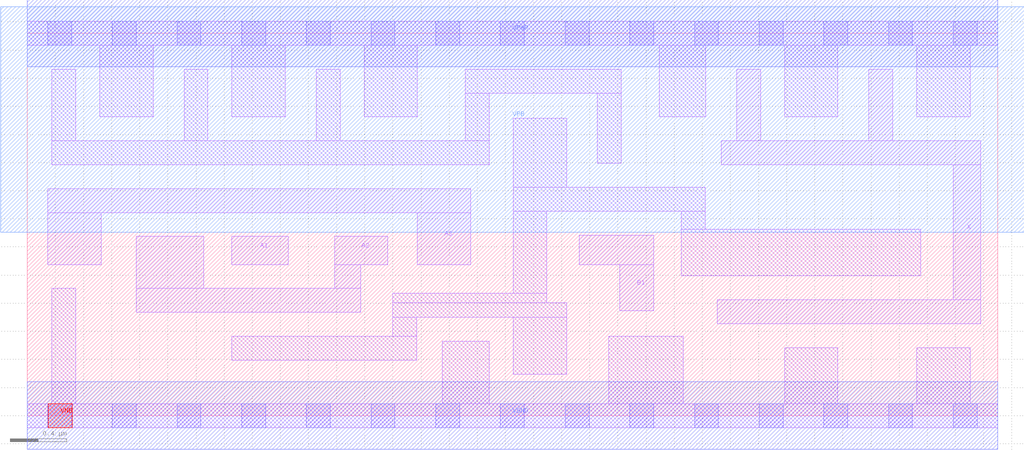
<source format=lef>
# Copyright 2020 The SkyWater PDK Authors
#
# Licensed under the Apache License, Version 2.0 (the "License");
# you may not use this file except in compliance with the License.
# You may obtain a copy of the License at
#
#     https://www.apache.org/licenses/LICENSE-2.0
#
# Unless required by applicable law or agreed to in writing, software
# distributed under the License is distributed on an "AS IS" BASIS,
# WITHOUT WARRANTIES OR CONDITIONS OF ANY KIND, either express or implied.
# See the License for the specific language governing permissions and
# limitations under the License.
#
# SPDX-License-Identifier: Apache-2.0

VERSION 5.7 ;
  NOWIREEXTENSIONATPIN ON ;
  DIVIDERCHAR "/" ;
  BUSBITCHARS "[]" ;
PROPERTYDEFINITIONS
  MACRO maskLayoutSubType STRING ;
  MACRO prCellType STRING ;
  MACRO originalViewName STRING ;
END PROPERTYDEFINITIONS
MACRO sky130_fd_sc_hdll__a31o_4
  CLASS CORE ;
  FOREIGN sky130_fd_sc_hdll__a31o_4 ;
  ORIGIN  0.000000  0.000000 ;
  SIZE  6.900000 BY  2.720000 ;
  SYMMETRY X Y R90 ;
  SITE unithd ;
  PIN A1
    ANTENNAGATEAREA  0.555000 ;
    DIRECTION INPUT ;
    USE SIGNAL ;
    PORT
      LAYER li1 ;
        RECT 1.455000 1.075000 1.855000 1.275000 ;
    END
  END A1
  PIN A2
    ANTENNAGATEAREA  0.555000 ;
    DIRECTION INPUT ;
    USE SIGNAL ;
    PORT
      LAYER li1 ;
        RECT 0.775000 0.735000 2.370000 0.905000 ;
        RECT 0.775000 0.905000 1.255000 1.275000 ;
        RECT 2.185000 0.905000 2.370000 1.075000 ;
        RECT 2.185000 1.075000 2.565000 1.275000 ;
    END
  END A2
  PIN A3
    ANTENNAGATEAREA  0.555000 ;
    DIRECTION INPUT ;
    USE SIGNAL ;
    PORT
      LAYER li1 ;
        RECT 0.145000 1.075000 0.525000 1.445000 ;
        RECT 0.145000 1.445000 3.155000 1.615000 ;
        RECT 2.775000 1.075000 3.155000 1.445000 ;
    END
  END A3
  PIN B1
    ANTENNAGATEAREA  0.555000 ;
    DIRECTION INPUT ;
    USE SIGNAL ;
    PORT
      LAYER li1 ;
        RECT 3.925000 1.075000 4.455000 1.285000 ;
        RECT 4.215000 0.745000 4.455000 1.075000 ;
    END
  END B1
  PIN VNB
    PORT
      LAYER pwell ;
        RECT 0.150000 -0.085000 0.320000 0.085000 ;
    END
  END VNB
  PIN VPB
    PORT
      LAYER nwell ;
        RECT -0.190000 1.305000 7.090000 2.910000 ;
    END
  END VPB
  PIN X
    ANTENNADIFFAREA  0.996000 ;
    DIRECTION OUTPUT ;
    USE SIGNAL ;
    PORT
      LAYER li1 ;
        RECT 4.905000 0.655000 6.780000 0.825000 ;
        RECT 4.935000 1.785000 6.780000 1.955000 ;
        RECT 5.045000 1.955000 5.215000 2.465000 ;
        RECT 5.985000 1.955000 6.155000 2.465000 ;
        RECT 6.585000 0.825000 6.780000 1.785000 ;
    END
  END X
  PIN VGND
    DIRECTION INOUT ;
    USE GROUND ;
    PORT
      LAYER met1 ;
        RECT 0.000000 -0.240000 6.900000 0.240000 ;
    END
  END VGND
  PIN VPWR
    DIRECTION INOUT ;
    USE POWER ;
    PORT
      LAYER met1 ;
        RECT 0.000000 2.480000 6.900000 2.960000 ;
    END
  END VPWR
  OBS
    LAYER li1 ;
      RECT 0.000000 -0.085000 6.900000 0.085000 ;
      RECT 0.000000  2.635000 6.900000 2.805000 ;
      RECT 0.175000  0.085000 0.345000 0.905000 ;
      RECT 0.175000  1.785000 3.285000 1.955000 ;
      RECT 0.175000  1.955000 0.345000 2.465000 ;
      RECT 0.515000  2.125000 0.895000 2.635000 ;
      RECT 1.115000  1.955000 1.285000 2.465000 ;
      RECT 1.455000  0.395000 2.770000 0.565000 ;
      RECT 1.455000  2.125000 1.835000 2.635000 ;
      RECT 2.055000  1.955000 2.225000 2.465000 ;
      RECT 2.395000  2.125000 2.775000 2.635000 ;
      RECT 2.600000  0.565000 2.770000 0.700000 ;
      RECT 2.600000  0.700000 3.835000 0.805000 ;
      RECT 2.600000  0.805000 3.695000 0.870000 ;
      RECT 2.950000  0.085000 3.285000 0.530000 ;
      RECT 3.115000  1.955000 3.285000 2.295000 ;
      RECT 3.115000  2.295000 4.225000 2.465000 ;
      RECT 3.455000  0.295000 3.835000 0.700000 ;
      RECT 3.455000  0.870000 3.695000 1.455000 ;
      RECT 3.455000  1.455000 4.820000 1.625000 ;
      RECT 3.455000  1.625000 3.835000 2.115000 ;
      RECT 4.055000  1.795000 4.225000 2.295000 ;
      RECT 4.135000  0.085000 4.665000 0.565000 ;
      RECT 4.495000  2.125000 4.825000 2.635000 ;
      RECT 4.650000  0.995000 6.355000 1.325000 ;
      RECT 4.650000  1.325000 4.820000 1.455000 ;
      RECT 5.385000  0.085000 5.765000 0.485000 ;
      RECT 5.385000  2.125000 5.765000 2.635000 ;
      RECT 6.325000  0.085000 6.705000 0.485000 ;
      RECT 6.325000  2.125000 6.705000 2.635000 ;
    LAYER mcon ;
      RECT 0.145000 -0.085000 0.315000 0.085000 ;
      RECT 0.145000  2.635000 0.315000 2.805000 ;
      RECT 0.605000 -0.085000 0.775000 0.085000 ;
      RECT 0.605000  2.635000 0.775000 2.805000 ;
      RECT 1.065000 -0.085000 1.235000 0.085000 ;
      RECT 1.065000  2.635000 1.235000 2.805000 ;
      RECT 1.525000 -0.085000 1.695000 0.085000 ;
      RECT 1.525000  2.635000 1.695000 2.805000 ;
      RECT 1.985000 -0.085000 2.155000 0.085000 ;
      RECT 1.985000  2.635000 2.155000 2.805000 ;
      RECT 2.445000 -0.085000 2.615000 0.085000 ;
      RECT 2.445000  2.635000 2.615000 2.805000 ;
      RECT 2.905000 -0.085000 3.075000 0.085000 ;
      RECT 2.905000  2.635000 3.075000 2.805000 ;
      RECT 3.365000 -0.085000 3.535000 0.085000 ;
      RECT 3.365000  2.635000 3.535000 2.805000 ;
      RECT 3.825000 -0.085000 3.995000 0.085000 ;
      RECT 3.825000  2.635000 3.995000 2.805000 ;
      RECT 4.285000 -0.085000 4.455000 0.085000 ;
      RECT 4.285000  2.635000 4.455000 2.805000 ;
      RECT 4.745000 -0.085000 4.915000 0.085000 ;
      RECT 4.745000  2.635000 4.915000 2.805000 ;
      RECT 5.205000 -0.085000 5.375000 0.085000 ;
      RECT 5.205000  2.635000 5.375000 2.805000 ;
      RECT 5.665000 -0.085000 5.835000 0.085000 ;
      RECT 5.665000  2.635000 5.835000 2.805000 ;
      RECT 6.125000 -0.085000 6.295000 0.085000 ;
      RECT 6.125000  2.635000 6.295000 2.805000 ;
      RECT 6.585000 -0.085000 6.755000 0.085000 ;
      RECT 6.585000  2.635000 6.755000 2.805000 ;
  END
  PROPERTY maskLayoutSubType "abstract" ;
  PROPERTY prCellType "standard" ;
  PROPERTY originalViewName "layout" ;
END sky130_fd_sc_hdll__a31o_4
END LIBRARY

</source>
